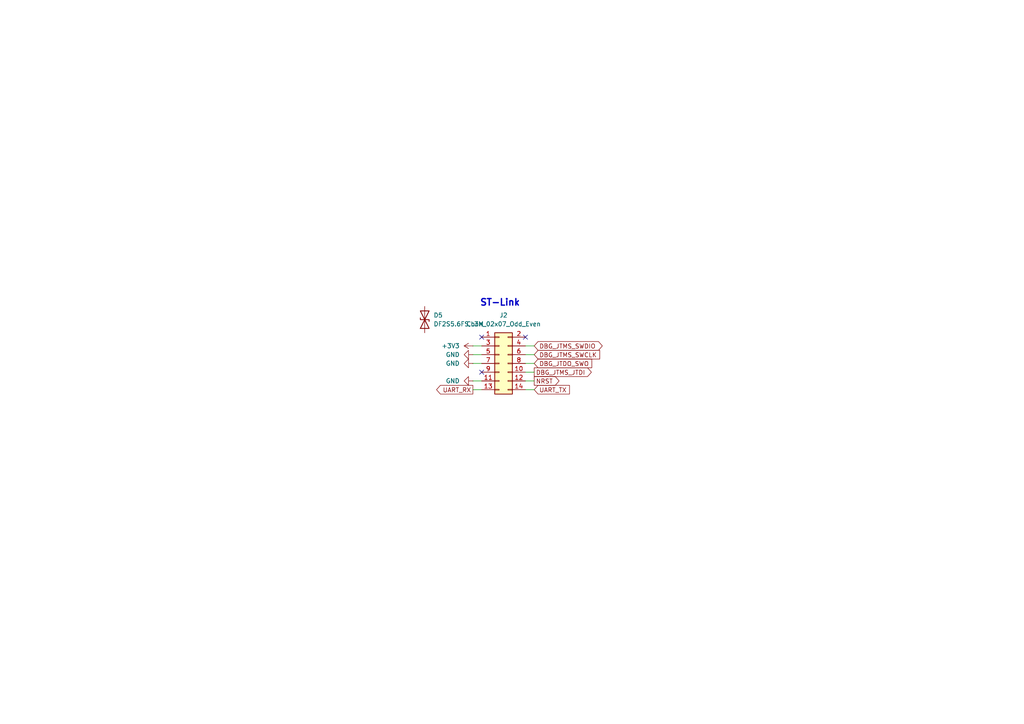
<source format=kicad_sch>
(kicad_sch (version 20250114) (generator "eeschema") (generator_version "9.0")
  (paper "A4")
  (lib_symbols
    (symbol "Connector_Generic:Conn_02x07_Odd_Even" (pin_names (offset 1.016) (hide yes))
      (property "Reference" "J" (at 1.27 10.16 0))
      (property "Value" "Conn_02x07_Odd_Even" (at 1.27 -10.16 0))
      (symbol "Conn_02x07_Odd_Even_1_1"
        (rectangle (start -1.27 8.89) (end 3.81 -8.89) (stroke (width 0.254)) (fill (type background)))
        (rectangle (start -1.27 7.747) (end 0 7.493) (stroke (width 0.1524)))
        (rectangle (start -1.27 5.207) (end 0 4.953) (stroke (width 0.1524)))
        (rectangle (start -1.27 2.667) (end 0 2.413) (stroke (width 0.1524)))
        (rectangle (start -1.27 0.127) (end 0 -0.127) (stroke (width 0.1524)))
        (rectangle (start -1.27 -2.413) (end 0 -2.667) (stroke (width 0.1524)))
        (rectangle (start -1.27 -4.953) (end 0 -5.207) (stroke (width 0.1524)))
        (rectangle (start -1.27 -7.493) (end 0 -7.747) (stroke (width 0.1524)))
        (rectangle (start 3.81 7.747) (end 2.54 7.493) (stroke (width 0.1524)))
        (rectangle (start 3.81 5.207) (end 2.54 4.953) (stroke (width 0.1524)))
        (rectangle (start 3.81 2.667) (end 2.54 2.413) (stroke (width 0.1524)))
        (rectangle (start 3.81 0.127) (end 2.54 -0.127) (stroke (width 0.1524)))
        (rectangle (start 3.81 -2.413) (end 2.54 -2.667) (stroke (width 0.1524)))
        (rectangle (start 3.81 -4.953) (end 2.54 -5.207) (stroke (width 0.1524)))
        (rectangle (start 3.81 -7.493) (end 2.54 -7.747) (stroke (width 0.1524)))
        (pin passive line (at -5.08 7.62 0) (length 3.81) (name "Pin_1") (number "1"))
        (pin passive line (at -5.08 5.08 0) (length 3.81) (name "Pin_3") (number "3"))
        (pin passive line (at -5.08 2.54 0) (length 3.81) (name "Pin_5") (number "5"))
        (pin passive line (at -5.08 0 0) (length 3.81) (name "Pin_7") (number "7"))
        (pin passive line (at -5.08 -2.54 0) (length 3.81) (name "Pin_9") (number "9"))
        (pin passive line (at -5.08 -5.08 0) (length 3.81) (name "Pin_11") (number "11"))
        (pin passive line (at -5.08 -7.62 0) (length 3.81) (name "Pin_13") (number "13"))
        (pin passive line (at 7.62 7.62 180) (length 3.81) (name "Pin_2") (number "2"))
        (pin passive line (at 7.62 5.08 180) (length 3.81) (name "Pin_4") (number "4"))
        (pin passive line (at 7.62 2.54 180) (length 3.81) (name "Pin_6") (number "6"))
        (pin passive line (at 7.62 0 180) (length 3.81) (name "Pin_8") (number "8"))
        (pin passive line (at 7.62 -2.54 180) (length 3.81) (name "Pin_10") (number "10"))
        (pin passive line (at 7.62 -5.08 180) (length 3.81) (name "Pin_12") (number "12"))
        (pin passive line (at 7.62 -7.62 180) (length 3.81) (name "Pin_14") (number "14"))
      )
    )
    (symbol "Device:D_TVS" (pin_numbers (hide yes)) (pin_names (offset 1.016) (hide yes))
      (property "Reference" "D" (at 0 2.54 0))
      (property "Value" "D_TVS" (at 0 -2.54 0))
      (symbol "D_TVS_0_1"
        (polyline (pts (xy -2.54 1.27) (xy -2.54 -1.27) (xy 2.54 1.27) (xy 2.54 -1.27) (xy -2.54 1.27)) (stroke (width 0.254)))
        (polyline (pts (xy 0.508 1.27) (xy 0 1.27) (xy 0 -1.27) (xy -0.508 -1.27)) (stroke (width 0.254)))
        (polyline (pts (xy 1.27 0) (xy -1.27 0)))
      )
      (symbol "D_TVS_1_1"
        (pin passive line (at -3.81 0 0) (length 2.54) (name "A1") (number "1"))
        (pin passive line (at 3.81 0 180) (length 2.54) (name "A2") (number "2"))
      )
    )
    (symbol "power:+3V3" (power) (pin_numbers (hide yes)) (pin_names (offset 0) (hide yes))
      (property "Value" "+3V3" (at 0 3.556 0))
      (symbol "+3V3_0_1"
        (polyline (pts (xy -0.762 1.27) (xy 0 2.54)))
        (polyline (pts (xy 0 2.54) (xy 0.762 1.27)))
        (polyline (pts (xy 0 0) (xy 0 2.54)))
      )
      (symbol "+3V3_1_1"
        (pin power_in line (at 0 0 90) (length 0) (name "~") (number "1"))
      )
    )
    (symbol "power:GND" (power) (pin_numbers (hide yes)) (pin_names (offset 0) (hide yes))
      (property "Value" "GND" (at 0 -3.81 0))
      (symbol "GND_0_1"
        (polyline (pts (xy 0 0) (xy 0 -1.27) (xy 1.27 -1.27) (xy 0 -2.54) (xy -1.27 -1.27) (xy 0 -1.27)))
      )
      (symbol "GND_1_1"
        (pin power_in line (at 0 0 270) (length 0) (name "~") (number "1"))
      )
    )
  )
  (text "ST-Link" (at 145.034 87.884 0) (effects (font (size 1.905 1.905) (thickness 0.381) (bold yes))))
  (no_connect (at 139.7 97.79))
  (no_connect (at 139.7 107.95))
  (no_connect (at 152.4 97.79))
  (wire (pts (xy 152.4 100.33) (xy 154.94 100.33)))
  (wire (pts (xy 137.16 105.41) (xy 139.7 105.41)))
  (wire (pts (xy 152.4 105.41) (xy 154.94 105.41)))
  (wire (pts (xy 137.16 113.03) (xy 139.7 113.03)))
  (wire (pts (xy 152.4 113.03) (xy 154.94 113.03)))
  (wire (pts (xy 152.4 110.49) (xy 154.94 110.49)))
  (wire (pts (xy 152.4 102.87) (xy 154.94 102.87)))
  (wire (pts (xy 137.16 102.87) (xy 139.7 102.87)))
  (wire (pts (xy 137.16 100.33) (xy 139.7 100.33)))
  (wire (pts (xy 137.16 110.49) (xy 139.7 110.49)))
  (wire (pts (xy 152.4 107.95) (xy 154.94 107.95)))
  (global_label "UART_RX" (shape output) (at 137.16 113.03 180) (property "Intersheetrefs" "${INTERSHEET_REFS}" (effects (hide yes))))
  (global_label "DBG_JTMS_JTDI" (shape output) (at 154.94 107.95 0) (property "Intersheetrefs" "${INTERSHEET_REFS}" (effects (hide yes))))
  (global_label "NRST" (shape output) (at 154.94 110.49 0) (property "Intersheetrefs" "${INTERSHEET_REFS}" (effects (hide yes))))
  (global_label "UART_TX" (shape input) (at 154.94 113.03 0) (property "Intersheetrefs" "${INTERSHEET_REFS}" (effects (hide yes))))
  (global_label "DBG_JTDO_SWO" (shape input) (at 154.94 105.41 0) (property "Intersheetrefs" "${INTERSHEET_REFS}" (effects (hide yes))))
  (global_label "DBG_JTMS_SWDIO" (shape bidirectional) (at 154.94 100.33 0) (property "Intersheetrefs" "${INTERSHEET_REFS}" (effects (hide yes))))
  (global_label "DBG_JTMS_SWCLK" (shape input) (at 154.94 102.87 0) (property "Intersheetrefs" "${INTERSHEET_REFS}" (effects (hide yes))))
  (symbol (lib_id "power:GND") (at 137.16 102.87 270) (mirror x) (unit 1)
    (property "Reference" "#PWR034" (effects (hide yes)))
    (property "Value" "GND" (at 133.35 102.8699 90) (effects (justify right)))
    (property "Description" "Power symbol creates a global label with name \"GND\" , ground" (effects (hide yes)))
  )
  (symbol (lib_id "Connector_Generic:Conn_02x07_Odd_Even") (at 144.78 105.41 0) (unit 1)
    (property "Reference" "J2" (at 146.05 91.44 0))
    (property "Value" "Conn_02x07_Odd_Even" (at 146.05 93.98 0))
    (property "Footprint" "FTSH-107-01-L-DV-K-A:SAMTEC_FTSH-107-01-L-DV-K-A" (effects (hide yes)))
    (property "Description" "Generic connector, double row, 02x07, odd/even pin numbering scheme (row 1 odd numbers, row 2 even numbers), script generated (kicad-library-utils/schlib/autogen/connector/)" (effects (hide yes)))
  )
  (symbol (lib_id "Device:D_TVS") (at 123.19 92.71 90) (unit 1)
    (property "Reference" "D5" (at 125.73 91.4399 90) (effects (justify right)))
    (property "Value" "DF2S5.6FS,L3M" (at 125.73 93.9799 90) (effects (justify right)))
    (property "Description" "Bidirectional transient-voltage-suppression diode" (effects (hide yes)))
  )
  (symbol (lib_id "power:+3V3") (at 137.16 100.33 90) (unit 1)
    (property "Reference" "#PWR050" (effects (hide yes)))
    (property "Value" "+3V3" (at 133.35 100.3299 90) (effects (justify left)))
    (property "Description" "Power symbol creates a global label with name \"+3V3\"" (effects (hide yes)))
  )
  (symbol (lib_id "power:GND") (at 137.16 105.41 270) (mirror x) (unit 1)
    (property "Reference" "#PWR048" (effects (hide yes)))
    (property "Value" "GND" (at 133.35 105.4099 90) (effects (justify right)))
    (property "Description" "Power symbol creates a global label with name \"GND\" , ground" (effects (hide yes)))
  )
  (symbol (lib_id "power:GND") (at 137.16 110.49 270) (mirror x) (unit 1)
    (property "Reference" "#PWR049" (effects (hide yes)))
    (property "Value" "GND" (at 133.35 110.4899 90) (effects (justify right)))
    (property "Description" "Power symbol creates a global label with name \"GND\" , ground" (effects (hide yes)))
  )
)
</source>
